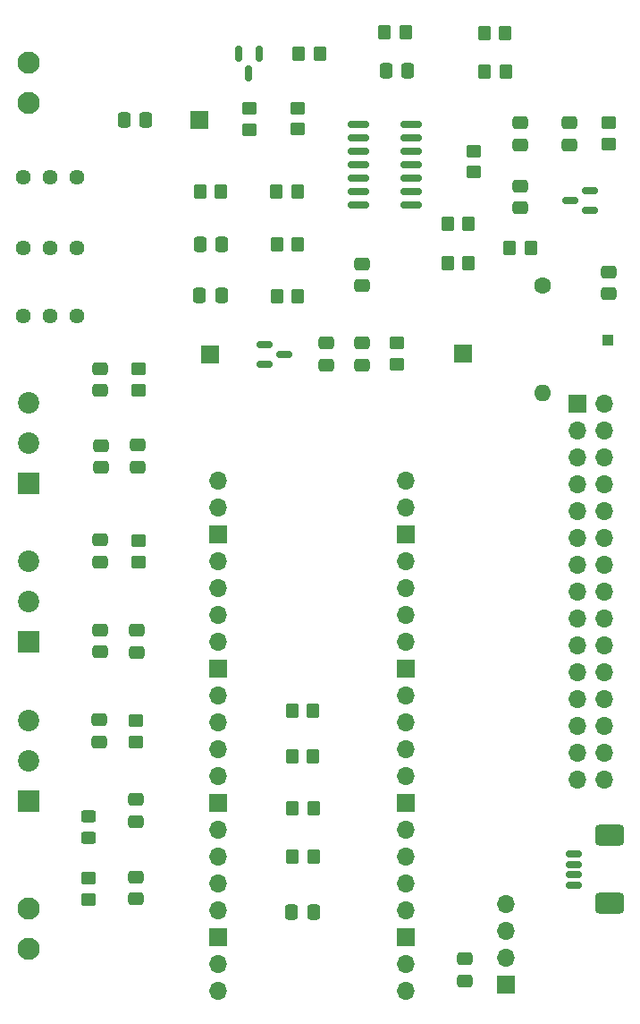
<source format=gbr>
%TF.GenerationSoftware,KiCad,Pcbnew,9.0.2*%
%TF.CreationDate,2025-06-13T11:02:27+10:00*%
%TF.ProjectId,v8_equip_monitor,76385f65-7175-4697-905f-6d6f6e69746f,rev?*%
%TF.SameCoordinates,Original*%
%TF.FileFunction,Soldermask,Top*%
%TF.FilePolarity,Negative*%
%FSLAX46Y46*%
G04 Gerber Fmt 4.6, Leading zero omitted, Abs format (unit mm)*
G04 Created by KiCad (PCBNEW 9.0.2) date 2025-06-13 11:02:27*
%MOMM*%
%LPD*%
G01*
G04 APERTURE LIST*
G04 Aperture macros list*
%AMRoundRect*
0 Rectangle with rounded corners*
0 $1 Rounding radius*
0 $2 $3 $4 $5 $6 $7 $8 $9 X,Y pos of 4 corners*
0 Add a 4 corners polygon primitive as box body*
4,1,4,$2,$3,$4,$5,$6,$7,$8,$9,$2,$3,0*
0 Add four circle primitives for the rounded corners*
1,1,$1+$1,$2,$3*
1,1,$1+$1,$4,$5*
1,1,$1+$1,$6,$7*
1,1,$1+$1,$8,$9*
0 Add four rect primitives between the rounded corners*
20,1,$1+$1,$2,$3,$4,$5,0*
20,1,$1+$1,$4,$5,$6,$7,0*
20,1,$1+$1,$6,$7,$8,$9,0*
20,1,$1+$1,$8,$9,$2,$3,0*%
G04 Aperture macros list end*
%ADD10RoundRect,0.250000X-0.475000X0.337500X-0.475000X-0.337500X0.475000X-0.337500X0.475000X0.337500X0*%
%ADD11O,1.700000X1.700000*%
%ADD12R,1.700000X1.700000*%
%ADD13RoundRect,0.250000X-0.350000X-0.450000X0.350000X-0.450000X0.350000X0.450000X-0.350000X0.450000X0*%
%ADD14RoundRect,0.250000X0.475000X-0.337500X0.475000X0.337500X-0.475000X0.337500X-0.475000X-0.337500X0*%
%ADD15RoundRect,0.250000X0.450000X-0.350000X0.450000X0.350000X-0.450000X0.350000X-0.450000X-0.350000X0*%
%ADD16RoundRect,0.250000X0.350000X0.450000X-0.350000X0.450000X-0.350000X-0.450000X0.350000X-0.450000X0*%
%ADD17C,2.100000*%
%ADD18RoundRect,0.250000X-0.450000X0.350000X-0.450000X-0.350000X0.450000X-0.350000X0.450000X0.350000X0*%
%ADD19C,1.440000*%
%ADD20RoundRect,0.150000X0.625000X-0.150000X0.625000X0.150000X-0.625000X0.150000X-0.625000X-0.150000X0*%
%ADD21RoundRect,0.416666X0.970834X-0.583334X0.970834X0.583334X-0.970834X0.583334X-0.970834X-0.583334X0*%
%ADD22RoundRect,0.150000X-0.150000X0.587500X-0.150000X-0.587500X0.150000X-0.587500X0.150000X0.587500X0*%
%ADD23RoundRect,0.250000X-0.450000X0.325000X-0.450000X-0.325000X0.450000X-0.325000X0.450000X0.325000X0*%
%ADD24RoundRect,0.250000X0.337500X0.475000X-0.337500X0.475000X-0.337500X-0.475000X0.337500X-0.475000X0*%
%ADD25R,2.025000X2.025000*%
%ADD26C,2.025000*%
%ADD27C,1.600000*%
%ADD28O,1.600000X1.600000*%
%ADD29R,1.000000X1.000000*%
%ADD30RoundRect,0.250000X-0.337500X-0.475000X0.337500X-0.475000X0.337500X0.475000X-0.337500X0.475000X0*%
%ADD31RoundRect,0.150000X0.587500X0.150000X-0.587500X0.150000X-0.587500X-0.150000X0.587500X-0.150000X0*%
%ADD32RoundRect,0.150000X-0.587500X-0.150000X0.587500X-0.150000X0.587500X0.150000X-0.587500X0.150000X0*%
%ADD33RoundRect,0.150000X-0.825000X-0.150000X0.825000X-0.150000X0.825000X0.150000X-0.825000X0.150000X0*%
G04 APERTURE END LIST*
D10*
%TO.C,C1*%
X9677400Y-67364700D03*
X9677400Y-69439700D03*
%TD*%
D11*
%TO.C,U2*%
X38658800Y-92964000D03*
X38658800Y-90424000D03*
D12*
X38658800Y-87884000D03*
D11*
X38658800Y-85344000D03*
X38658800Y-82804000D03*
X38658800Y-80264000D03*
X38658800Y-77724000D03*
D12*
X38658800Y-75184000D03*
D11*
X38658800Y-72644000D03*
X38658800Y-70104000D03*
X38658800Y-67564000D03*
X38658800Y-65024000D03*
D12*
X38658800Y-62484000D03*
D11*
X38658800Y-59944000D03*
X38658800Y-57404000D03*
X38658800Y-54864000D03*
X38658800Y-52324000D03*
D12*
X38658800Y-49784000D03*
D11*
X38658800Y-47244000D03*
X38658800Y-44704000D03*
X20878800Y-44704000D03*
X20878800Y-47244000D03*
D12*
X20878800Y-49784000D03*
D11*
X20878800Y-52324000D03*
X20878800Y-54864000D03*
X20878800Y-57404000D03*
X20878800Y-59944000D03*
D12*
X20878800Y-62484000D03*
D11*
X20878800Y-65024000D03*
X20878800Y-67564000D03*
X20878800Y-70104000D03*
X20878800Y-72644000D03*
D12*
X20878800Y-75184000D03*
D11*
X20878800Y-77724000D03*
X20878800Y-80264000D03*
X20878800Y-82804000D03*
X20878800Y-85344000D03*
D12*
X20878800Y-87884000D03*
D11*
X20878800Y-90424000D03*
X20878800Y-92964000D03*
%TD*%
D13*
%TO.C,R9*%
X26482800Y-22352000D03*
X28482800Y-22352000D03*
%TD*%
D12*
%TO.C,J4*%
X20193000Y-32766000D03*
%TD*%
D14*
%TO.C,C22*%
X49530000Y-12950100D03*
X49530000Y-10875100D03*
%TD*%
D10*
%TO.C,C3*%
X54152800Y-10875100D03*
X54152800Y-12950100D03*
%TD*%
D15*
%TO.C,R6*%
X13360400Y-52435000D03*
X13360400Y-50435000D03*
%TD*%
D16*
%TO.C,R25*%
X48167800Y-6070600D03*
X46167800Y-6070600D03*
%TD*%
D14*
%TO.C,C20*%
X57912000Y-27072500D03*
X57912000Y-24997500D03*
%TD*%
D16*
%TO.C,R23*%
X38693600Y-2286000D03*
X36693600Y-2286000D03*
%TD*%
D17*
%TO.C,J9*%
X3000000Y-9000000D03*
X3000000Y-5190000D03*
%TD*%
D18*
%TO.C,R10*%
X37846000Y-31715200D03*
X37846000Y-33715200D03*
%TD*%
D15*
%TO.C,R13*%
X23876000Y-11541000D03*
X23876000Y-9541000D03*
%TD*%
%TO.C,R1*%
X13157200Y-69453000D03*
X13157200Y-67453000D03*
%TD*%
D12*
%TO.C,J6*%
X19151600Y-10566400D03*
%TD*%
D19*
%TO.C,RV3*%
X7500000Y-16000000D03*
X4960000Y-16000000D03*
X2420000Y-16000000D03*
%TD*%
D20*
%TO.C,CON2*%
X54616600Y-83008600D03*
X54616600Y-82008600D03*
X54616600Y-81008600D03*
X54616600Y-80008600D03*
D21*
X58039000Y-84709000D03*
X58039000Y-78257400D03*
%TD*%
D22*
%TO.C,D3*%
X24775200Y-4345700D03*
X22875200Y-4345700D03*
X23825200Y-6220700D03*
%TD*%
D23*
%TO.C,LED1*%
X8636000Y-76495800D03*
X8636000Y-78545800D03*
%TD*%
D12*
%TO.C,J2*%
X44145200Y-32689800D03*
%TD*%
D13*
%TO.C,R18*%
X27930600Y-66471800D03*
X29930600Y-66471800D03*
%TD*%
D24*
%TO.C,C14*%
X21255900Y-22352000D03*
X19180900Y-22352000D03*
%TD*%
D16*
%TO.C,R5*%
X44662600Y-24130000D03*
X42662600Y-24130000D03*
%TD*%
D10*
%TO.C,C5*%
X13157200Y-74883100D03*
X13157200Y-76958100D03*
%TD*%
D16*
%TO.C,R7*%
X28482800Y-27254200D03*
X26482800Y-27254200D03*
%TD*%
%TO.C,R8*%
X28457400Y-17399000D03*
X26457400Y-17399000D03*
%TD*%
D25*
%TO.C,J3*%
X3000000Y-60000000D03*
D26*
X3000000Y-56190000D03*
X3000000Y-52380000D03*
%TD*%
D16*
%TO.C,R24*%
X48117000Y-2362200D03*
X46117000Y-2362200D03*
%TD*%
D18*
%TO.C,R4*%
X57912000Y-10887200D03*
X57912000Y-12887200D03*
%TD*%
D10*
%TO.C,C8*%
X34518600Y-31703100D03*
X34518600Y-33778100D03*
%TD*%
D12*
%TO.C,CON1*%
X48209200Y-92405200D03*
D11*
X48209200Y-89865200D03*
X48209200Y-87325200D03*
X48209200Y-84785200D03*
%TD*%
D27*
%TO.C,R20*%
X51663600Y-26263600D03*
D28*
X51663600Y-36423600D03*
%TD*%
D10*
%TO.C,C6*%
X9779000Y-50346700D03*
X9779000Y-52421700D03*
%TD*%
D13*
%TO.C,R16*%
X27956000Y-75692000D03*
X29956000Y-75692000D03*
%TD*%
D10*
%TO.C,C15*%
X9804400Y-41384400D03*
X9804400Y-43459400D03*
%TD*%
%TO.C,C10*%
X9779000Y-58855700D03*
X9779000Y-60930700D03*
%TD*%
%TO.C,C2*%
X13208000Y-58881100D03*
X13208000Y-60956100D03*
%TD*%
D13*
%TO.C,R19*%
X27930600Y-70789800D03*
X29930600Y-70789800D03*
%TD*%
D29*
%TO.C,TP1*%
X57861200Y-31419800D03*
%TD*%
D15*
%TO.C,R11*%
X13360400Y-36153600D03*
X13360400Y-34153600D03*
%TD*%
D10*
%TO.C,C11*%
X9753600Y-34116100D03*
X9753600Y-36191100D03*
%TD*%
%TO.C,C18*%
X34569400Y-24235500D03*
X34569400Y-26310500D03*
%TD*%
D14*
%TO.C,C16*%
X13157200Y-84298700D03*
X13157200Y-82223700D03*
%TD*%
D16*
%TO.C,R14*%
X21193000Y-17399000D03*
X19193000Y-17399000D03*
%TD*%
D30*
%TO.C,C17*%
X27893100Y-85547200D03*
X29968100Y-85547200D03*
%TD*%
D31*
%TO.C,D1*%
X56106300Y-19161800D03*
X56106300Y-17261800D03*
X54231300Y-18211800D03*
%TD*%
D16*
%TO.C,R12*%
X30540200Y-4343400D03*
X28540200Y-4343400D03*
%TD*%
D32*
%TO.C,D2*%
X25275300Y-31816000D03*
X25275300Y-33716000D03*
X27150300Y-32766000D03*
%TD*%
D15*
%TO.C,R21*%
X8636000Y-84312000D03*
X8636000Y-82312000D03*
%TD*%
D17*
%TO.C,J7*%
X3000000Y-89000000D03*
X3000000Y-85190000D03*
%TD*%
D13*
%TO.C,R17*%
X27981400Y-80314800D03*
X29981400Y-80314800D03*
%TD*%
D24*
%TO.C,C12*%
X14093100Y-10642600D03*
X12018100Y-10642600D03*
%TD*%
D19*
%TO.C,RV1*%
X7500000Y-29133800D03*
X4960000Y-29133800D03*
X2420000Y-29133800D03*
%TD*%
D13*
%TO.C,R2*%
X48555400Y-22707600D03*
X50555400Y-22707600D03*
%TD*%
D25*
%TO.C,J5*%
X3000000Y-45000000D03*
D26*
X3000000Y-41190000D03*
X3000000Y-37380000D03*
%TD*%
D10*
%TO.C,C21*%
X44246800Y-89970700D03*
X44246800Y-92045700D03*
%TD*%
D13*
%TO.C,R3*%
X42637200Y-20421600D03*
X44637200Y-20421600D03*
%TD*%
D18*
%TO.C,R15*%
X28422600Y-9490200D03*
X28422600Y-11490200D03*
%TD*%
D10*
%TO.C,C9*%
X31165800Y-31728500D03*
X31165800Y-33803500D03*
%TD*%
D19*
%TO.C,RV2*%
X7500000Y-22683800D03*
X4960000Y-22683800D03*
X2420000Y-22683800D03*
%TD*%
D30*
%TO.C,C19*%
X36808500Y-5943600D03*
X38883500Y-5943600D03*
%TD*%
D25*
%TO.C,J1*%
X3000000Y-75000000D03*
D26*
X3000000Y-71190000D03*
X3000000Y-67380000D03*
%TD*%
D33*
%TO.C,U1*%
X34228000Y-11049000D03*
X34228000Y-12319000D03*
X34228000Y-13589000D03*
X34228000Y-14859000D03*
X34228000Y-16129000D03*
X34228000Y-17399000D03*
X34228000Y-18669000D03*
X39178000Y-18669000D03*
X39178000Y-17399000D03*
X39178000Y-16129000D03*
X39178000Y-14859000D03*
X39178000Y-13589000D03*
X39178000Y-12319000D03*
X39178000Y-11049000D03*
%TD*%
D24*
%TO.C,C13*%
X21230500Y-27228800D03*
X19155500Y-27228800D03*
%TD*%
D10*
%TO.C,C7*%
X13335000Y-41380500D03*
X13335000Y-43455500D03*
%TD*%
D15*
%TO.C,R22*%
X45161200Y-15528800D03*
X45161200Y-13528800D03*
%TD*%
D12*
%TO.C,J8*%
X54991000Y-37465000D03*
D11*
X57531000Y-37465000D03*
X54991000Y-40005000D03*
X57531000Y-40005000D03*
X54991000Y-42545000D03*
X57531000Y-42545000D03*
X54991000Y-45085000D03*
X57531000Y-45085000D03*
X54991000Y-47625000D03*
X57531000Y-47625000D03*
X54991000Y-50165000D03*
X57531000Y-50165000D03*
X54991000Y-52705000D03*
X57531000Y-52705000D03*
X54991000Y-55245000D03*
X57531000Y-55245000D03*
X54991000Y-57785000D03*
X57531000Y-57785000D03*
X54991000Y-60325000D03*
X57531000Y-60325000D03*
X54991000Y-62865000D03*
X57531000Y-62865000D03*
X54991000Y-65405000D03*
X57531000Y-65405000D03*
X54991000Y-67945000D03*
X57531000Y-67945000D03*
X54991000Y-70485000D03*
X57531000Y-70485000D03*
X54991000Y-73025000D03*
X57531000Y-73025000D03*
%TD*%
D10*
%TO.C,C4*%
X49555400Y-16869500D03*
X49555400Y-18944500D03*
%TD*%
M02*

</source>
